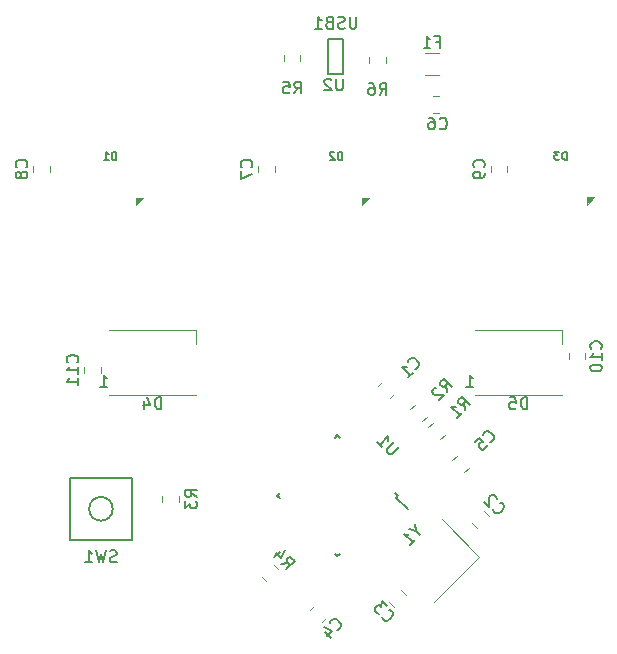
<source format=gbr>
G04 #@! TF.GenerationSoftware,KiCad,Pcbnew,(5.1.4)-1*
G04 #@! TF.CreationDate,2022-02-01T02:11:59+08:00*
G04 #@! TF.ProjectId,filled,66696c6c-6564-42e6-9b69-6361645f7063,rev?*
G04 #@! TF.SameCoordinates,Original*
G04 #@! TF.FileFunction,Legend,Bot*
G04 #@! TF.FilePolarity,Positive*
%FSLAX46Y46*%
G04 Gerber Fmt 4.6, Leading zero omitted, Abs format (unit mm)*
G04 Created by KiCad (PCBNEW (5.1.4)-1) date 2022-02-01 02:11:59*
%MOMM*%
%LPD*%
G04 APERTURE LIST*
%ADD10C,0.120000*%
%ADD11C,0.100000*%
%ADD12C,0.150000*%
G04 APERTURE END LIST*
D10*
X87959000Y-81281748D02*
X87959000Y-81804252D01*
X86539000Y-81281748D02*
X86539000Y-81804252D01*
X99426437Y-101880471D02*
X99795903Y-101511005D01*
X100430529Y-102884563D02*
X100799995Y-102515097D01*
D11*
G36*
X114950000Y-83940000D02*
G01*
X114350000Y-83940000D01*
X114350000Y-84540000D01*
X114950000Y-83940000D01*
G37*
X114950000Y-83940000D02*
X114350000Y-83940000D01*
X114350000Y-84540000D01*
X114950000Y-83940000D01*
G36*
X76820000Y-83950000D02*
G01*
X76220000Y-83950000D01*
X76220000Y-84550000D01*
X76820000Y-83950000D01*
G37*
X76820000Y-83950000D02*
X76220000Y-83950000D01*
X76220000Y-84550000D01*
X76820000Y-83950000D01*
G36*
X95950000Y-83950000D02*
G01*
X95350000Y-83950000D01*
X95350000Y-84550000D01*
X95950000Y-83950000D01*
G37*
X95950000Y-83950000D02*
X95350000Y-83950000D01*
X95350000Y-84550000D01*
X95950000Y-83950000D01*
D12*
X75827000Y-107708000D02*
X70627000Y-107708000D01*
X70627000Y-107708000D02*
X70627000Y-112908000D01*
X70627000Y-112908000D02*
X75827000Y-112908000D01*
X75827000Y-112908000D02*
X75827000Y-107708000D01*
X74227000Y-110308000D02*
G75*
G03X74227000Y-110308000I-1000000J0D01*
G01*
D10*
X68909000Y-81281748D02*
X68909000Y-81804252D01*
X67489000Y-81281748D02*
X67489000Y-81804252D01*
X91286903Y-118529005D02*
X90917437Y-118898471D01*
X92290995Y-119533097D02*
X91921529Y-119902563D01*
X105275427Y-114369579D02*
X101457050Y-118187956D01*
X102093446Y-111187598D02*
X105275427Y-114369579D01*
D12*
X93741000Y-73459000D02*
X93741000Y-70559000D01*
X93741000Y-73459000D02*
X92441000Y-73459000D01*
X92441000Y-73459000D02*
X92441000Y-70559000D01*
X92441000Y-70559000D02*
X93741000Y-70559000D01*
X98219980Y-109352664D02*
X99227607Y-110360291D01*
X93252555Y-104067041D02*
X93482365Y-104296851D01*
X88126031Y-109193565D02*
X88355841Y-109423375D01*
X93252555Y-114320089D02*
X93022745Y-114090279D01*
X98379079Y-109193565D02*
X98149269Y-108963755D01*
X93252555Y-114320089D02*
X93482365Y-114090279D01*
X88126031Y-109193565D02*
X88355841Y-108963755D01*
X93252555Y-104067041D02*
X93022745Y-104296851D01*
X98379079Y-109193565D02*
X98219980Y-109352664D01*
D10*
X95937000Y-72533252D02*
X95937000Y-72010748D01*
X97357000Y-72533252D02*
X97357000Y-72010748D01*
X90118000Y-72406252D02*
X90118000Y-71883748D01*
X88698000Y-72406252D02*
X88698000Y-71883748D01*
X87222903Y-116420995D02*
X86853437Y-116051529D01*
X88226995Y-115416903D02*
X87857529Y-115047437D01*
X79831000Y-109203749D02*
X79831000Y-109726253D01*
X78411000Y-109203749D02*
X78411000Y-109726253D01*
X100950437Y-103404471D02*
X101319903Y-103035005D01*
X101954529Y-104408563D02*
X102323995Y-104039097D01*
X101857564Y-73554000D02*
X100653436Y-73554000D01*
X101857564Y-71734000D02*
X100653436Y-71734000D01*
X112235000Y-95167000D02*
X112235000Y-96317000D01*
X104935000Y-95167000D02*
X112235000Y-95167000D01*
X104935000Y-100667000D02*
X112235000Y-100667000D01*
X81247000Y-95167000D02*
X81247000Y-96317000D01*
X73947000Y-95167000D02*
X81247000Y-95167000D01*
X73947000Y-100667000D02*
X81247000Y-100667000D01*
X71807000Y-98804253D02*
X71807000Y-98281749D01*
X73227000Y-98804253D02*
X73227000Y-98281749D01*
X112828000Y-97661252D02*
X112828000Y-97138748D01*
X114248000Y-97661252D02*
X114248000Y-97138748D01*
X107644000Y-81281748D02*
X107644000Y-81804252D01*
X106224000Y-81281748D02*
X106224000Y-81804252D01*
X101852252Y-76783000D02*
X101329748Y-76783000D01*
X101852252Y-75363000D02*
X101329748Y-75363000D01*
X103986529Y-107202563D02*
X104355995Y-106833097D01*
X102982437Y-106198471D02*
X103351903Y-105829005D01*
X98652529Y-117206437D02*
X99021995Y-117575903D01*
X97648437Y-118210529D02*
X98017903Y-118579995D01*
X105055471Y-111901563D02*
X104686005Y-111532097D01*
X106059563Y-110897471D02*
X105690097Y-110528005D01*
X96685005Y-99922903D02*
X97054471Y-99553437D01*
X97689097Y-100926995D02*
X98058563Y-100557529D01*
D12*
X85956142Y-81376333D02*
X86003761Y-81328714D01*
X86051380Y-81185857D01*
X86051380Y-81090619D01*
X86003761Y-80947761D01*
X85908523Y-80852523D01*
X85813285Y-80804904D01*
X85622809Y-80757285D01*
X85479952Y-80757285D01*
X85289476Y-80804904D01*
X85194238Y-80852523D01*
X85099000Y-80947761D01*
X85051380Y-81090619D01*
X85051380Y-81185857D01*
X85099000Y-81328714D01*
X85146619Y-81376333D01*
X85051380Y-81709666D02*
X85051380Y-82376333D01*
X86051380Y-81947761D01*
X102545732Y-100405030D02*
X102444717Y-99832610D01*
X102949793Y-100000969D02*
X102242687Y-99293862D01*
X101973312Y-99563236D01*
X101939641Y-99664251D01*
X101939641Y-99731595D01*
X101973312Y-99832610D01*
X102074328Y-99933625D01*
X102175343Y-99967297D01*
X102242687Y-99967297D01*
X102343702Y-99933625D01*
X102613076Y-99664251D01*
X101636595Y-100034641D02*
X101569251Y-100034641D01*
X101468236Y-100068312D01*
X101299877Y-100236671D01*
X101266206Y-100337687D01*
X101266206Y-100405030D01*
X101299877Y-100506045D01*
X101367221Y-100573389D01*
X101501908Y-100640732D01*
X102310030Y-100640732D01*
X101872297Y-101078465D01*
X112666666Y-80756666D02*
X112666666Y-80056666D01*
X112500000Y-80056666D01*
X112400000Y-80090000D01*
X112333333Y-80156666D01*
X112300000Y-80223333D01*
X112266666Y-80356666D01*
X112266666Y-80456666D01*
X112300000Y-80590000D01*
X112333333Y-80656666D01*
X112400000Y-80723333D01*
X112500000Y-80756666D01*
X112666666Y-80756666D01*
X112033333Y-80056666D02*
X111600000Y-80056666D01*
X111833333Y-80323333D01*
X111733333Y-80323333D01*
X111666666Y-80356666D01*
X111633333Y-80390000D01*
X111600000Y-80456666D01*
X111600000Y-80623333D01*
X111633333Y-80690000D01*
X111666666Y-80723333D01*
X111733333Y-80756666D01*
X111933333Y-80756666D01*
X112000000Y-80723333D01*
X112033333Y-80690000D01*
X74536666Y-80766666D02*
X74536666Y-80066666D01*
X74370000Y-80066666D01*
X74270000Y-80100000D01*
X74203333Y-80166666D01*
X74170000Y-80233333D01*
X74136666Y-80366666D01*
X74136666Y-80466666D01*
X74170000Y-80600000D01*
X74203333Y-80666666D01*
X74270000Y-80733333D01*
X74370000Y-80766666D01*
X74536666Y-80766666D01*
X73470000Y-80766666D02*
X73870000Y-80766666D01*
X73670000Y-80766666D02*
X73670000Y-80066666D01*
X73736666Y-80166666D01*
X73803333Y-80233333D01*
X73870000Y-80266666D01*
X93666666Y-80766666D02*
X93666666Y-80066666D01*
X93500000Y-80066666D01*
X93400000Y-80100000D01*
X93333333Y-80166666D01*
X93300000Y-80233333D01*
X93266666Y-80366666D01*
X93266666Y-80466666D01*
X93300000Y-80600000D01*
X93333333Y-80666666D01*
X93400000Y-80733333D01*
X93500000Y-80766666D01*
X93666666Y-80766666D01*
X93000000Y-80133333D02*
X92966666Y-80100000D01*
X92900000Y-80066666D01*
X92733333Y-80066666D01*
X92666666Y-80100000D01*
X92633333Y-80133333D01*
X92600000Y-80200000D01*
X92600000Y-80266666D01*
X92633333Y-80366666D01*
X93033333Y-80766666D01*
X92600000Y-80766666D01*
X74560333Y-114776761D02*
X74417476Y-114824380D01*
X74179380Y-114824380D01*
X74084142Y-114776761D01*
X74036523Y-114729142D01*
X73988904Y-114633904D01*
X73988904Y-114538666D01*
X74036523Y-114443428D01*
X74084142Y-114395809D01*
X74179380Y-114348190D01*
X74369857Y-114300571D01*
X74465095Y-114252952D01*
X74512714Y-114205333D01*
X74560333Y-114110095D01*
X74560333Y-114014857D01*
X74512714Y-113919619D01*
X74465095Y-113872000D01*
X74369857Y-113824380D01*
X74131761Y-113824380D01*
X73988904Y-113872000D01*
X73655571Y-113824380D02*
X73417476Y-114824380D01*
X73227000Y-114110095D01*
X73036523Y-114824380D01*
X72798428Y-113824380D01*
X71893666Y-114824380D02*
X72465095Y-114824380D01*
X72179380Y-114824380D02*
X72179380Y-113824380D01*
X72274619Y-113967238D01*
X72369857Y-114062476D01*
X72465095Y-114110095D01*
X66906142Y-81376333D02*
X66953761Y-81328714D01*
X67001380Y-81185857D01*
X67001380Y-81090619D01*
X66953761Y-80947761D01*
X66858523Y-80852523D01*
X66763285Y-80804904D01*
X66572809Y-80757285D01*
X66429952Y-80757285D01*
X66239476Y-80804904D01*
X66144238Y-80852523D01*
X66049000Y-80947761D01*
X66001380Y-81090619D01*
X66001380Y-81185857D01*
X66049000Y-81328714D01*
X66096619Y-81376333D01*
X66429952Y-81947761D02*
X66382333Y-81852523D01*
X66334714Y-81804904D01*
X66239476Y-81757285D01*
X66191857Y-81757285D01*
X66096619Y-81804904D01*
X66049000Y-81852523D01*
X66001380Y-81947761D01*
X66001380Y-82138238D01*
X66049000Y-82233476D01*
X66096619Y-82281095D01*
X66191857Y-82328714D01*
X66239476Y-82328714D01*
X66334714Y-82281095D01*
X66382333Y-82233476D01*
X66429952Y-82138238D01*
X66429952Y-81947761D01*
X66477571Y-81852523D01*
X66525190Y-81804904D01*
X66620428Y-81757285D01*
X66810904Y-81757285D01*
X66906142Y-81804904D01*
X66953761Y-81852523D01*
X67001380Y-81947761D01*
X67001380Y-82138238D01*
X66953761Y-82233476D01*
X66906142Y-82281095D01*
X66810904Y-82328714D01*
X66620428Y-82328714D01*
X66525190Y-82281095D01*
X66477571Y-82233476D01*
X66429952Y-82138238D01*
X93207389Y-120530687D02*
X93274732Y-120530687D01*
X93409419Y-120463343D01*
X93476763Y-120396000D01*
X93544106Y-120261312D01*
X93544106Y-120126625D01*
X93510435Y-120025610D01*
X93409419Y-119857251D01*
X93308404Y-119756236D01*
X93140045Y-119655221D01*
X93039030Y-119621549D01*
X92904343Y-119621549D01*
X92769656Y-119688893D01*
X92702312Y-119756236D01*
X92634969Y-119890923D01*
X92634969Y-119958267D01*
X92197236Y-120732717D02*
X92668641Y-121204122D01*
X92096221Y-120294984D02*
X92769656Y-120631702D01*
X92331923Y-121069435D01*
X99938453Y-112177547D02*
X100275171Y-112514265D01*
X99803766Y-111571456D02*
X99938453Y-112177547D01*
X99332362Y-112042860D01*
X99433377Y-113356058D02*
X99837438Y-112951997D01*
X99635407Y-113154028D02*
X98928301Y-112446921D01*
X99096659Y-112480593D01*
X99231346Y-112480593D01*
X99332362Y-112446921D01*
X94859095Y-68641380D02*
X94859095Y-69450904D01*
X94811476Y-69546142D01*
X94763857Y-69593761D01*
X94668619Y-69641380D01*
X94478142Y-69641380D01*
X94382904Y-69593761D01*
X94335285Y-69546142D01*
X94287666Y-69450904D01*
X94287666Y-68641380D01*
X93859095Y-69593761D02*
X93716238Y-69641380D01*
X93478142Y-69641380D01*
X93382904Y-69593761D01*
X93335285Y-69546142D01*
X93287666Y-69450904D01*
X93287666Y-69355666D01*
X93335285Y-69260428D01*
X93382904Y-69212809D01*
X93478142Y-69165190D01*
X93668619Y-69117571D01*
X93763857Y-69069952D01*
X93811476Y-69022333D01*
X93859095Y-68927095D01*
X93859095Y-68831857D01*
X93811476Y-68736619D01*
X93763857Y-68689000D01*
X93668619Y-68641380D01*
X93430523Y-68641380D01*
X93287666Y-68689000D01*
X92525761Y-69117571D02*
X92382904Y-69165190D01*
X92335285Y-69212809D01*
X92287666Y-69308047D01*
X92287666Y-69450904D01*
X92335285Y-69546142D01*
X92382904Y-69593761D01*
X92478142Y-69641380D01*
X92859095Y-69641380D01*
X92859095Y-68641380D01*
X92525761Y-68641380D01*
X92430523Y-68689000D01*
X92382904Y-68736619D01*
X92335285Y-68831857D01*
X92335285Y-68927095D01*
X92382904Y-69022333D01*
X92430523Y-69069952D01*
X92525761Y-69117571D01*
X92859095Y-69117571D01*
X91335285Y-69641380D02*
X91906714Y-69641380D01*
X91621000Y-69641380D02*
X91621000Y-68641380D01*
X91716238Y-68784238D01*
X91811476Y-68879476D01*
X91906714Y-68927095D01*
X93725904Y-73874380D02*
X93725904Y-74683904D01*
X93678285Y-74779142D01*
X93630666Y-74826761D01*
X93535428Y-74874380D01*
X93344952Y-74874380D01*
X93249714Y-74826761D01*
X93202095Y-74779142D01*
X93154476Y-74683904D01*
X93154476Y-73874380D01*
X92725904Y-73969619D02*
X92678285Y-73922000D01*
X92583047Y-73874380D01*
X92344952Y-73874380D01*
X92249714Y-73922000D01*
X92202095Y-73969619D01*
X92154476Y-74064857D01*
X92154476Y-74160095D01*
X92202095Y-74302952D01*
X92773523Y-74874380D01*
X92154476Y-74874380D01*
X98456524Y-105067091D02*
X97884104Y-105639511D01*
X97783089Y-105673183D01*
X97715745Y-105673183D01*
X97614730Y-105639511D01*
X97480043Y-105504824D01*
X97446371Y-105403809D01*
X97446371Y-105336465D01*
X97480043Y-105235450D01*
X98052463Y-104663030D01*
X96638249Y-104663030D02*
X97042310Y-105067091D01*
X96840280Y-104865061D02*
X97547386Y-104157954D01*
X97513715Y-104326313D01*
X97513715Y-104461000D01*
X97547386Y-104562015D01*
X96813666Y-75255380D02*
X97147000Y-74779190D01*
X97385095Y-75255380D02*
X97385095Y-74255380D01*
X97004142Y-74255380D01*
X96908904Y-74303000D01*
X96861285Y-74350619D01*
X96813666Y-74445857D01*
X96813666Y-74588714D01*
X96861285Y-74683952D01*
X96908904Y-74731571D01*
X97004142Y-74779190D01*
X97385095Y-74779190D01*
X95956523Y-74255380D02*
X96147000Y-74255380D01*
X96242238Y-74303000D01*
X96289857Y-74350619D01*
X96385095Y-74493476D01*
X96432714Y-74683952D01*
X96432714Y-75064904D01*
X96385095Y-75160142D01*
X96337476Y-75207761D01*
X96242238Y-75255380D01*
X96051761Y-75255380D01*
X95956523Y-75207761D01*
X95908904Y-75160142D01*
X95861285Y-75064904D01*
X95861285Y-74826809D01*
X95908904Y-74731571D01*
X95956523Y-74683952D01*
X96051761Y-74636333D01*
X96242238Y-74636333D01*
X96337476Y-74683952D01*
X96385095Y-74731571D01*
X96432714Y-74826809D01*
X89574666Y-75128380D02*
X89908000Y-74652190D01*
X90146095Y-75128380D02*
X90146095Y-74128380D01*
X89765142Y-74128380D01*
X89669904Y-74176000D01*
X89622285Y-74223619D01*
X89574666Y-74318857D01*
X89574666Y-74461714D01*
X89622285Y-74556952D01*
X89669904Y-74604571D01*
X89765142Y-74652190D01*
X90146095Y-74652190D01*
X88669904Y-74128380D02*
X89146095Y-74128380D01*
X89193714Y-74604571D01*
X89146095Y-74556952D01*
X89050857Y-74509333D01*
X88812761Y-74509333D01*
X88717523Y-74556952D01*
X88669904Y-74604571D01*
X88622285Y-74699809D01*
X88622285Y-74937904D01*
X88669904Y-75033142D01*
X88717523Y-75080761D01*
X88812761Y-75128380D01*
X89050857Y-75128380D01*
X89146095Y-75080761D01*
X89193714Y-75033142D01*
X88504911Y-115005222D02*
X89077331Y-114904207D01*
X88908972Y-115409283D02*
X89616079Y-114702177D01*
X89346705Y-114432802D01*
X89245690Y-114399131D01*
X89178346Y-114399131D01*
X89077331Y-114432802D01*
X88976316Y-114533818D01*
X88942644Y-114634833D01*
X88942644Y-114702177D01*
X88976316Y-114803192D01*
X89245690Y-115072566D01*
X88370224Y-113927726D02*
X87898819Y-114399131D01*
X88807957Y-113826711D02*
X88471239Y-114500146D01*
X88033506Y-114062413D01*
X81351380Y-109307333D02*
X80875190Y-108974000D01*
X81351380Y-108735904D02*
X80351380Y-108735904D01*
X80351380Y-109116857D01*
X80399000Y-109212095D01*
X80446619Y-109259714D01*
X80541857Y-109307333D01*
X80684714Y-109307333D01*
X80779952Y-109259714D01*
X80827571Y-109212095D01*
X80875190Y-109116857D01*
X80875190Y-108735904D01*
X80351380Y-109640666D02*
X80351380Y-110259714D01*
X80732333Y-109926380D01*
X80732333Y-110069238D01*
X80779952Y-110164476D01*
X80827571Y-110212095D01*
X80922809Y-110259714D01*
X81160904Y-110259714D01*
X81256142Y-110212095D01*
X81303761Y-110164476D01*
X81351380Y-110069238D01*
X81351380Y-109783523D01*
X81303761Y-109688285D01*
X81256142Y-109640666D01*
X104069732Y-101929030D02*
X103968717Y-101356610D01*
X104473793Y-101524969D02*
X103766687Y-100817862D01*
X103497312Y-101087236D01*
X103463641Y-101188251D01*
X103463641Y-101255595D01*
X103497312Y-101356610D01*
X103598328Y-101457625D01*
X103699343Y-101491297D01*
X103766687Y-101491297D01*
X103867702Y-101457625D01*
X104137076Y-101188251D01*
X103396297Y-102602465D02*
X103800358Y-102198404D01*
X103598328Y-102400435D02*
X102891221Y-101693328D01*
X103059580Y-101727000D01*
X103194267Y-101727000D01*
X103295282Y-101693328D01*
X101588833Y-70752571D02*
X101922166Y-70752571D01*
X101922166Y-71276380D02*
X101922166Y-70276380D01*
X101445976Y-70276380D01*
X100541214Y-71276380D02*
X101112642Y-71276380D01*
X100826928Y-71276380D02*
X100826928Y-70276380D01*
X100922166Y-70419238D01*
X101017404Y-70514476D01*
X101112642Y-70562095D01*
X109323095Y-101869380D02*
X109323095Y-100869380D01*
X109085000Y-100869380D01*
X108942142Y-100917000D01*
X108846904Y-101012238D01*
X108799285Y-101107476D01*
X108751666Y-101297952D01*
X108751666Y-101440809D01*
X108799285Y-101631285D01*
X108846904Y-101726523D01*
X108942142Y-101821761D01*
X109085000Y-101869380D01*
X109323095Y-101869380D01*
X107846904Y-100869380D02*
X108323095Y-100869380D01*
X108370714Y-101345571D01*
X108323095Y-101297952D01*
X108227857Y-101250333D01*
X107989761Y-101250333D01*
X107894523Y-101297952D01*
X107846904Y-101345571D01*
X107799285Y-101440809D01*
X107799285Y-101678904D01*
X107846904Y-101774142D01*
X107894523Y-101821761D01*
X107989761Y-101869380D01*
X108227857Y-101869380D01*
X108323095Y-101821761D01*
X108370714Y-101774142D01*
X104149285Y-99969380D02*
X104720714Y-99969380D01*
X104435000Y-99969380D02*
X104435000Y-98969380D01*
X104530238Y-99112238D01*
X104625476Y-99207476D01*
X104720714Y-99255095D01*
X78335095Y-101869380D02*
X78335095Y-100869380D01*
X78097000Y-100869380D01*
X77954142Y-100917000D01*
X77858904Y-101012238D01*
X77811285Y-101107476D01*
X77763666Y-101297952D01*
X77763666Y-101440809D01*
X77811285Y-101631285D01*
X77858904Y-101726523D01*
X77954142Y-101821761D01*
X78097000Y-101869380D01*
X78335095Y-101869380D01*
X76906523Y-101202714D02*
X76906523Y-101869380D01*
X77144619Y-100821761D02*
X77382714Y-101536047D01*
X76763666Y-101536047D01*
X73161285Y-99969380D02*
X73732714Y-99969380D01*
X73447000Y-99969380D02*
X73447000Y-98969380D01*
X73542238Y-99112238D01*
X73637476Y-99207476D01*
X73732714Y-99255095D01*
X71223142Y-97909142D02*
X71270761Y-97861523D01*
X71318380Y-97718666D01*
X71318380Y-97623428D01*
X71270761Y-97480571D01*
X71175523Y-97385333D01*
X71080285Y-97337714D01*
X70889809Y-97290095D01*
X70746952Y-97290095D01*
X70556476Y-97337714D01*
X70461238Y-97385333D01*
X70366000Y-97480571D01*
X70318380Y-97623428D01*
X70318380Y-97718666D01*
X70366000Y-97861523D01*
X70413619Y-97909142D01*
X71318380Y-98861523D02*
X71318380Y-98290095D01*
X71318380Y-98575809D02*
X70318380Y-98575809D01*
X70461238Y-98480571D01*
X70556476Y-98385333D01*
X70604095Y-98290095D01*
X71318380Y-99813904D02*
X71318380Y-99242476D01*
X71318380Y-99528190D02*
X70318380Y-99528190D01*
X70461238Y-99432952D01*
X70556476Y-99337714D01*
X70604095Y-99242476D01*
X115545142Y-96757142D02*
X115592761Y-96709523D01*
X115640380Y-96566666D01*
X115640380Y-96471428D01*
X115592761Y-96328571D01*
X115497523Y-96233333D01*
X115402285Y-96185714D01*
X115211809Y-96138095D01*
X115068952Y-96138095D01*
X114878476Y-96185714D01*
X114783238Y-96233333D01*
X114688000Y-96328571D01*
X114640380Y-96471428D01*
X114640380Y-96566666D01*
X114688000Y-96709523D01*
X114735619Y-96757142D01*
X115640380Y-97709523D02*
X115640380Y-97138095D01*
X115640380Y-97423809D02*
X114640380Y-97423809D01*
X114783238Y-97328571D01*
X114878476Y-97233333D01*
X114926095Y-97138095D01*
X114640380Y-98328571D02*
X114640380Y-98423809D01*
X114688000Y-98519047D01*
X114735619Y-98566666D01*
X114830857Y-98614285D01*
X115021333Y-98661904D01*
X115259428Y-98661904D01*
X115449904Y-98614285D01*
X115545142Y-98566666D01*
X115592761Y-98519047D01*
X115640380Y-98423809D01*
X115640380Y-98328571D01*
X115592761Y-98233333D01*
X115545142Y-98185714D01*
X115449904Y-98138095D01*
X115259428Y-98090476D01*
X115021333Y-98090476D01*
X114830857Y-98138095D01*
X114735619Y-98185714D01*
X114688000Y-98233333D01*
X114640380Y-98328571D01*
X105641142Y-81376333D02*
X105688761Y-81328714D01*
X105736380Y-81185857D01*
X105736380Y-81090619D01*
X105688761Y-80947761D01*
X105593523Y-80852523D01*
X105498285Y-80804904D01*
X105307809Y-80757285D01*
X105164952Y-80757285D01*
X104974476Y-80804904D01*
X104879238Y-80852523D01*
X104784000Y-80947761D01*
X104736380Y-81090619D01*
X104736380Y-81185857D01*
X104784000Y-81328714D01*
X104831619Y-81376333D01*
X105736380Y-81852523D02*
X105736380Y-82043000D01*
X105688761Y-82138238D01*
X105641142Y-82185857D01*
X105498285Y-82281095D01*
X105307809Y-82328714D01*
X104926857Y-82328714D01*
X104831619Y-82281095D01*
X104784000Y-82233476D01*
X104736380Y-82138238D01*
X104736380Y-81947761D01*
X104784000Y-81852523D01*
X104831619Y-81804904D01*
X104926857Y-81757285D01*
X105164952Y-81757285D01*
X105260190Y-81804904D01*
X105307809Y-81852523D01*
X105355428Y-81947761D01*
X105355428Y-82138238D01*
X105307809Y-82233476D01*
X105260190Y-82281095D01*
X105164952Y-82328714D01*
X101893666Y-78081142D02*
X101941285Y-78128761D01*
X102084142Y-78176380D01*
X102179380Y-78176380D01*
X102322238Y-78128761D01*
X102417476Y-78033523D01*
X102465095Y-77938285D01*
X102512714Y-77747809D01*
X102512714Y-77604952D01*
X102465095Y-77414476D01*
X102417476Y-77319238D01*
X102322238Y-77224000D01*
X102179380Y-77176380D01*
X102084142Y-77176380D01*
X101941285Y-77224000D01*
X101893666Y-77271619D01*
X101036523Y-77176380D02*
X101227000Y-77176380D01*
X101322238Y-77224000D01*
X101369857Y-77271619D01*
X101465095Y-77414476D01*
X101512714Y-77604952D01*
X101512714Y-77985904D01*
X101465095Y-78081142D01*
X101417476Y-78128761D01*
X101322238Y-78176380D01*
X101131761Y-78176380D01*
X101036523Y-78128761D01*
X100988904Y-78081142D01*
X100941285Y-77985904D01*
X100941285Y-77747809D01*
X100988904Y-77652571D01*
X101036523Y-77604952D01*
X101131761Y-77557333D01*
X101322238Y-77557333D01*
X101417476Y-77604952D01*
X101465095Y-77652571D01*
X101512714Y-77747809D01*
X106161389Y-104655687D02*
X106228732Y-104655687D01*
X106363419Y-104588343D01*
X106430763Y-104521000D01*
X106498106Y-104386312D01*
X106498106Y-104251625D01*
X106464435Y-104150610D01*
X106363419Y-103982251D01*
X106262404Y-103881236D01*
X106094045Y-103780221D01*
X105993030Y-103746549D01*
X105858343Y-103746549D01*
X105723656Y-103813893D01*
X105656312Y-103881236D01*
X105588969Y-104015923D01*
X105588969Y-104083267D01*
X104881862Y-104655687D02*
X105218580Y-104318969D01*
X105588969Y-104622015D01*
X105521625Y-104622015D01*
X105420610Y-104655687D01*
X105252251Y-104824045D01*
X105218580Y-104925061D01*
X105218580Y-104992404D01*
X105252251Y-105093419D01*
X105420610Y-105261778D01*
X105521625Y-105295450D01*
X105588969Y-105295450D01*
X105689984Y-105261778D01*
X105858343Y-105093419D01*
X105892015Y-104992404D01*
X105892015Y-104925061D01*
X97033802Y-119430331D02*
X97033802Y-119497674D01*
X97101146Y-119632361D01*
X97168490Y-119699705D01*
X97303177Y-119767048D01*
X97437864Y-119767048D01*
X97538879Y-119733377D01*
X97707238Y-119632361D01*
X97808253Y-119531346D01*
X97909268Y-119362987D01*
X97942940Y-119261972D01*
X97942940Y-119127285D01*
X97875596Y-118992598D01*
X97808253Y-118925254D01*
X97673566Y-118857911D01*
X97606222Y-118857911D01*
X97437864Y-118554865D02*
X97000131Y-118117132D01*
X96966459Y-118622209D01*
X96865444Y-118521193D01*
X96764428Y-118487522D01*
X96697085Y-118487522D01*
X96596070Y-118521193D01*
X96427711Y-118689552D01*
X96394039Y-118790567D01*
X96394039Y-118857911D01*
X96427711Y-118958926D01*
X96629741Y-119160957D01*
X96730757Y-119194629D01*
X96798100Y-119194629D01*
X106418312Y-110352389D02*
X106418312Y-110419732D01*
X106485656Y-110554419D01*
X106553000Y-110621763D01*
X106687687Y-110689106D01*
X106822374Y-110689106D01*
X106923389Y-110655435D01*
X107091748Y-110554419D01*
X107192763Y-110453404D01*
X107293778Y-110285045D01*
X107327450Y-110184030D01*
X107327450Y-110049343D01*
X107260106Y-109914656D01*
X107192763Y-109847312D01*
X107058076Y-109779969D01*
X106990732Y-109779969D01*
X106721358Y-109510595D02*
X106721358Y-109443251D01*
X106687687Y-109342236D01*
X106519328Y-109173877D01*
X106418312Y-109140206D01*
X106350969Y-109140206D01*
X106249954Y-109173877D01*
X106182610Y-109241221D01*
X106115267Y-109375908D01*
X106115267Y-110184030D01*
X105677534Y-109746297D01*
X99811389Y-98432687D02*
X99878732Y-98432687D01*
X100013419Y-98365343D01*
X100080763Y-98298000D01*
X100148106Y-98163312D01*
X100148106Y-98028625D01*
X100114435Y-97927610D01*
X100013419Y-97759251D01*
X99912404Y-97658236D01*
X99744045Y-97557221D01*
X99643030Y-97523549D01*
X99508343Y-97523549D01*
X99373656Y-97590893D01*
X99306312Y-97658236D01*
X99238969Y-97792923D01*
X99238969Y-97860267D01*
X99205297Y-99173465D02*
X99609358Y-98769404D01*
X99407328Y-98971435D02*
X98700221Y-98264328D01*
X98868580Y-98298000D01*
X99003267Y-98298000D01*
X99104282Y-98264328D01*
M02*

</source>
